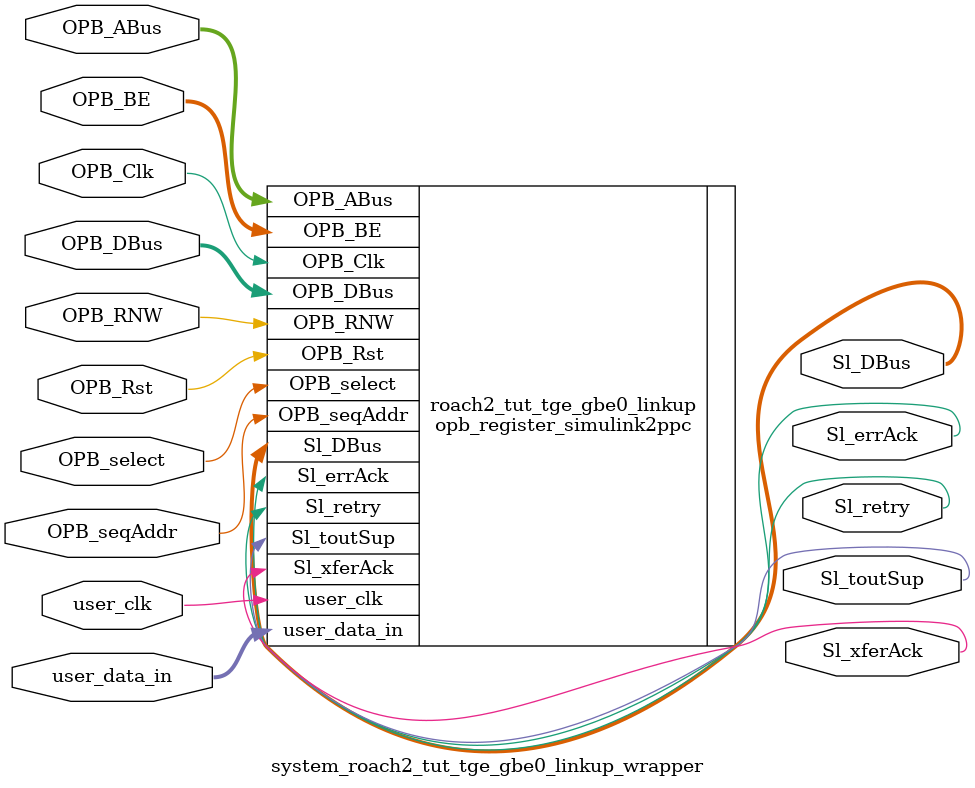
<source format=v>

module system_roach2_tut_tge_gbe0_linkup_wrapper
  (
    OPB_Clk,
    OPB_Rst,
    Sl_DBus,
    Sl_errAck,
    Sl_retry,
    Sl_toutSup,
    Sl_xferAck,
    OPB_ABus,
    OPB_BE,
    OPB_DBus,
    OPB_RNW,
    OPB_select,
    OPB_seqAddr,
    user_data_in,
    user_clk
  );
  input OPB_Clk;
  input OPB_Rst;
  output [0:31] Sl_DBus;
  output Sl_errAck;
  output Sl_retry;
  output Sl_toutSup;
  output Sl_xferAck;
  input [0:31] OPB_ABus;
  input [0:3] OPB_BE;
  input [0:31] OPB_DBus;
  input OPB_RNW;
  input OPB_select;
  input OPB_seqAddr;
  input [31:0] user_data_in;
  input user_clk;

  opb_register_simulink2ppc
    #(
      .C_BASEADDR ( 32'h01080300 ),
      .C_HIGHADDR ( 32'h010803FF ),
      .C_OPB_AWIDTH ( 32 ),
      .C_OPB_DWIDTH ( 32 ),
      .C_FAMILY ( "virtex6" )
    )
    roach2_tut_tge_gbe0_linkup (
      .OPB_Clk ( OPB_Clk ),
      .OPB_Rst ( OPB_Rst ),
      .Sl_DBus ( Sl_DBus ),
      .Sl_errAck ( Sl_errAck ),
      .Sl_retry ( Sl_retry ),
      .Sl_toutSup ( Sl_toutSup ),
      .Sl_xferAck ( Sl_xferAck ),
      .OPB_ABus ( OPB_ABus ),
      .OPB_BE ( OPB_BE ),
      .OPB_DBus ( OPB_DBus ),
      .OPB_RNW ( OPB_RNW ),
      .OPB_select ( OPB_select ),
      .OPB_seqAddr ( OPB_seqAddr ),
      .user_data_in ( user_data_in ),
      .user_clk ( user_clk )
    );

endmodule


</source>
